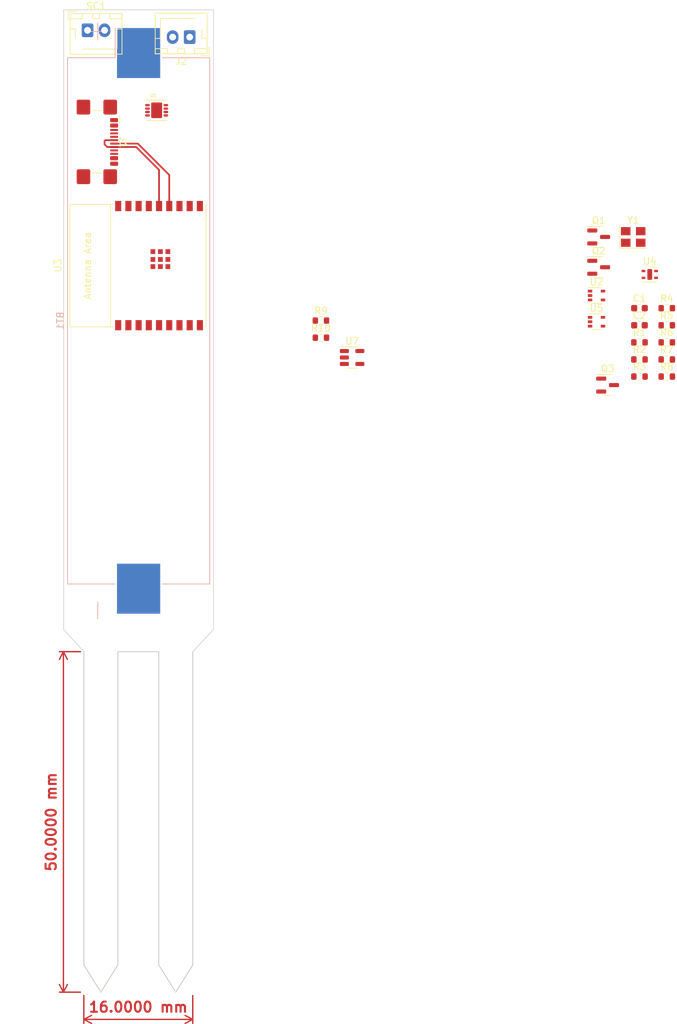
<source format=kicad_pcb>
(kicad_pcb (version 20221018) (generator pcbnew)
  (layers (0 "F.Cu" signal) (31 "B.Cu" signal) (34 "B.Paste" user) (35 "F.Paste" user) (36 "B.SilkS" user "B.Silkscreen") (37 "F.SilkS" user "F.Silkscreen") (38 "B.Mask" user) (39 "F.Mask" user) (44 "Edge.Cuts" user))
  (net 0 "")
  (net 1 "+BATT")
  (net 2 "GND")
  (net 3 "Net-(U3-GPIO0{slash}ADC1_CH0{slash}XTAL_32K_P)")
  (net 4 "Net-(U3-GPIO1{slash}ADC1_CH1{slash}XTAL_32K_N)")
  (net 5 "VDC")
  (net 6 "Net-(J1-CC1)")
  (net 7 "Net-(U3-GPIO19{slash}USB_D+)")
  (net 8 "Net-(U3-GPIO18{slash}USB_D-)")
  (net 10 "Net-(J1-CC2)")
  (net 12 "Net-(J2-Pin_1)")
  (net 13 "Net-(Q1-G)")
  (net 14 "Net-(Q2-G)")
  (net 15 "Net-(Q2-S)")
  (net 16 "+3.3V")
  (net 17 "Net-(U3-EN{slash}CHIP_PU)")
  (net 18 "Net-(U1-ISET)")
  (net 19 "Net-(U4-SDA)")
  (net 20 "Net-(U4-SCL)")
  (net 39 "Net-(D3-K)")
  (net 40 "Net-(Q3-D)")
  (net 41 "Net-(D1-A)")
  (net 42 "Net-(D2-K)")
  (net 43 "Net-(D1-K)")
  (footprint "Resistor_SMD:R_0603_1608Metric" (layer "F.Cu") (at 179.07 83.33)
    (fp_text reference "R1" (at 0 -1.43) (layer "F.SilkS"))
    (fp_text value "10k")
    (fp_line (start -0.237258 -0.5225) (end 0.237258 -0.5225) (stroke (width 0.12)) (layer "F.SilkS"))
    (fp_line (start -0.237258 0.5225) (end 0.237258 0.5225) (stroke (width 0.12)) (layer "F.SilkS"))
    (pad "1" smd roundrect (at -0.825 0) (size 0.8 0.95) (layers "F.Cu" "F.Paste" "F.Mask") (net 10 "Net-(J1-CC2)"))
    (pad "2" smd roundrect (at 0.825 0) (size 0.8 0.95) (layers "F.Cu" "F.Paste" "F.Mask") (net 5 "VDC"))
  )
  (footprint "Package_TO_SOT_SMD:SOT-23" (layer "F.Cu") (at 173.08 67.85)
    (fp_text reference "Q1" (at 0 -2.4) (layer "F.SilkS"))
    (fp_text value "AO3401A")
    (fp_line (start 0 -1.56) (end -1.675 -1.56) (stroke (width 0.12)) (layer "F.SilkS"))
    (fp_line (start 0 -1.56) (end 0.65 -1.56) (stroke (width 0.12)) (layer "F.SilkS"))
    (fp_line (start 0 1.56) (end -0.65 1.56) (stroke (width 0.12)) (layer "F.SilkS"))
    (fp_line (start 0 1.56) (end 0.65 1.56) (stroke (width 0.12)) (layer "F.SilkS"))
    (pad "1" smd roundrect (at -0.9375 -0.95) (size 1.475 0.6) (layers "F.Cu" "F.Paste" "F.Mask") (net 13 "Net-(Q1-G)"))
    (pad "2" smd roundrect (at -0.9375 0.95) (size 1.475 0.6) (layers "F.Cu" "F.Paste" "F.Mask") (net 12 "Net-(J2-Pin_1)"))
    (pad "3" smd roundrect (at 0.9375 0) (size 1.475 0.6) (layers "F.Cu" "F.Paste" "F.Mask") (net 1 "+BATT"))
  )
  (footprint "Resistor_SMD:R_0603_1608Metric" (layer "F.Cu") (at 183.08 85.84)
    (fp_text reference "R7" (at 0 -1.43) (layer "F.SilkS"))
    (fp_text value "10k")
    (fp_line (start -0.237258 -0.5225) (end 0.237258 -0.5225) (stroke (width 0.12)) (layer "F.SilkS"))
    (fp_line (start -0.237258 0.5225) (end 0.237258 0.5225) (stroke (width 0.12)) (layer "F.SilkS"))
    (pad "1" smd roundrect (at -0.825 0) (size 0.8 0.95) (layers "F.Cu" "F.Paste" "F.Mask") (net 14 "Net-(Q2-G)"))
    (pad "2" smd roundrect (at 0.825 0) (size 0.8 0.95) (layers "F.Cu" "F.Paste" "F.Mask") (net 16 "+3.3V"))
  )
  (footprint "Package_TO_SOT_SMD:SOT-23" (layer "F.Cu") (at 173.08 72.3)
    (fp_text reference "Q2" (at 0 -2.4) (layer "F.SilkS"))
    (fp_text value "AO3401A")
    (fp_line (start 0 -1.56) (end -1.675 -1.56) (stroke (width 0.12)) (layer "F.SilkS"))
    (fp_line (start 0 -1.56) (end 0.65 -1.56) (stroke (width 0.12)) (layer "F.SilkS"))
    (fp_line (start 0 1.56) (end -0.65 1.56) (stroke (width 0.12)) (layer "F.SilkS"))
    (fp_line (start 0 1.56) (end 0.65 1.56) (stroke (width 0.12)) (layer "F.SilkS"))
    (pad "1" smd roundrect (at -0.9375 -0.95) (size 1.475 0.6) (layers "F.Cu" "F.Paste" "F.Mask") (net 14 "Net-(Q2-G)"))
    (pad "2" smd roundrect (at -0.9375 0.95) (size 1.475 0.6) (layers "F.Cu" "F.Paste" "F.Mask") (net 15 "Net-(Q2-S)"))
    (pad "3" smd roundrect (at 0.9375 0) (size 1.475 0.6) (layers "F.Cu" "F.Paste" "F.Mask") (net 16 "+3.3V"))
  )
  (footprint "Resistor_SMD:R_0603_1608Metric" (layer "F.Cu") (at 183.08 78.31)
    (fp_text reference "R4" (at 0 -1.43) (layer "F.SilkS"))
    (fp_text value "~")
    (fp_line (start -0.237258 -0.5225) (end 0.237258 -0.5225) (stroke (width 0.12)) (layer "F.SilkS"))
    (fp_line (start -0.237258 0.5225) (end 0.237258 0.5225) (stroke (width 0.12)) (layer "F.SilkS"))
    (pad "1" smd roundrect (at -0.825 0) (size 0.8 0.95) (layers "F.Cu" "F.Paste" "F.Mask") (net 2 "GND"))
    (pad "2" smd roundrect (at 0.825 0) (size 0.8 0.95) (layers "F.Cu" "F.Paste" "F.Mask") (net 18 "Net-(U1-ISET)"))
  )
  (footprint "Crystal:Crystal_SMD_3225-4Pin_3.2x2.5mm" (layer "F.Cu") (at 178.15 67.85)
    (fp_text reference "Y1" (at 0 -2.45) (layer "F.SilkS"))
    (fp_text value "32.768k")
    (fp_line (start -2 -1.65) (end -2 1.65) (stroke (width 0.12)) (layer "F.SilkS"))
    (fp_line (start -2 1.65) (end 2 1.65) (stroke (width 0.12)) (layer "F.SilkS"))
    (pad "1" smd rect (at -1.1 0.85) (size 1.4 1.2) (layers "F.Cu" "F.Paste" "F.Mask") (net 3 "Net-(U3-GPIO0{slash}ADC1_CH0{slash}XTAL_32K_P)"))
    (pad "2" smd rect (at 1.1 0.85) (size 1.4 1.2) (layers "F.Cu" "F.Paste" "F.Mask") (net 2 "GND"))
    (pad "3" smd rect (at 1.1 -0.85) (size 1.4 1.2) (layers "F.Cu" "F.Paste" "F.Mask") (net 4 "Net-(U3-GPIO1{slash}ADC1_CH1{slash}XTAL_32K_N)"))
    (pad "4" smd rect (at -1.1 -0.85) (size 1.4 1.2) (layers "F.Cu" "F.Paste" "F.Mask") (net 2 "GND"))
  )
  (footprint "Resistor_SMD:R_0603_1608Metric" (layer "F.Cu") (at 179.07 88.35)
    (fp_text reference "R3" (at 0 -1.43) (layer "F.SilkS"))
    (fp_text value "10k")
    (fp_line (start -0.237258 -0.5225) (end 0.237258 -0.5225) (stroke (width 0.12)) (layer "F.SilkS"))
    (fp_line (start -0.237258 0.5225) (end 0.237258 0.5225) (stroke (width 0.12)) (layer "F.SilkS"))
    (pad "1" smd roundrect (at -0.825 0) (size 0.8 0.95) (layers "F.Cu" "F.Paste" "F.Mask") (net 16 "+3.3V"))
    (pad "2" smd roundrect (at 0.825 0) (size 0.8 0.95) (layers "F.Cu" "F.Paste" "F.Mask") (net 17 "Net-(U3-EN{slash}CHIP_PU)"))
  )
  (footprint "Package_TO_SOT_SMD:SOT-23" (layer "F.Cu") (at 174.3925 89.6)
    (fp_text reference "Q3" (at 0 -2.4) (layer "F.SilkS"))
    (fp_text value "AO3401A")
    (fp_line (start 0 -1.56) (end -1.675 -1.56) (stroke (width 0.12)) (layer "F.SilkS"))
    (fp_line (start 0 -1.56) (end 0.65 -1.56) (stroke (width 0.12)) (layer "F.SilkS"))
    (fp_line (start 0 1.56) (end -0.65 1.56) (stroke (width 0.12)) (layer "F.SilkS"))
    (fp_line (start 0 1.56) (end 0.65 1.56) (stroke (width 0.12)) (layer "F.SilkS"))
    (pad "1" smd roundrect (at -0.9375 -0.95) (size 1.475 0.6) (layers "F.Cu" "F.Paste" "F.Mask") (net 5 "VDC"))
    (pad "2" smd roundrect (at -0.9375 0.95) (size 1.475 0.6) (layers "F.Cu" "F.Paste" "F.Mask") (net 39 "Net-(D3-K)"))
    (pad "3" smd roundrect (at 0.9375 0) (size 1.475 0.6) (layers "F.Cu" "F.Paste" "F.Mask") (net 40 "Net-(Q3-D)"))
  )
  (footprint "Resistor_SMD:R_0603_1608Metric" (layer "F.Cu") (at 183.08 83.33)
    (fp_text reference "R6" (at 0 -1.43) (layer "F.SilkS"))
    (fp_text value "10k")
    (fp_line (start -0.237258 -0.5225) (end 0.237258 -0.5225) (stroke (width 0.12)) (layer "F.SilkS"))
    (fp_line (start -0.237258 0.5225) (end 0.237258 0.5225) (stroke (width 0.12)) (layer "F.SilkS"))
    (pad "1" smd roundrect (at -0.825 0) (size 0.8 0.95) (layers "F.Cu" "F.Paste" "F.Mask") (net 16 "+3.3V"))
    (pad "2" smd roundrect (at 0.825 0) (size 0.8 0.95) (layers "F.Cu" "F.Paste" "F.Mask") (net 20 "Net-(U4-SCL)"))
  )
  (footprint "Capacitor_SMD:C_0603_1608Metric" (layer "F.Cu") (at 179.07 78.31)
    (fp_text reference "C1" (at 0 -1.43) (layer "F.SilkS"))
    (fp_text value "18p")
    (fp_line (start -0.14058 -0.51) (end 0.14058 -0.51) (stroke (width 0.12)) (layer "F.SilkS"))
    (fp_line (start -0.14058 0.51) (end 0.14058 0.51) (stroke (width 0.12)) (layer "F.SilkS"))
    (pad "1" smd roundrect (at -0.775 0) (size 0.9 0.95) (layers "F.Cu" "F.Paste" "F.Mask") (net 3 "Net-(U3-GPIO0{slash}ADC1_CH0{slash}XTAL_32K_P)"))
    (pad "2" smd roundrect (at 0.775 0) (size 0.9 0.95) (layers "F.Cu" "F.Paste" "F.Mask") (net 2 "GND"))
  )
  (footprint "PCM_Espressif:ESP32-C3-WROOM-02" (layer "F.Cu") (at 108.4 72.06 90)
    (fp_text reference "U3" (at 0 -14.75 90) (layer "F.SilkS"))
    (fp_text value "ESP32-C3-WROOM-02")
    (fp_text user "Antenna Area" (at 0 -10.4 90) (layer "F.SilkS"))
    (fp_line (start -9 -13) (end -9 -6.5) (stroke (width 0.12)) (layer "F.SilkS"))
    (fp_line (start -9 -13) (end 9 -13) (stroke (width 0.12)) (layer "F.SilkS"))
    (fp_line (start -9 7) (end -9 6.75) (stroke (width 0.12)) (layer "F.SilkS"))
    (fp_line (start 9 -13) (end 9 -6.5) (stroke (width 0.12)) (layer "F.SilkS"))
    (fp_line (start 9 -7) (end -8.95 -7) (stroke (width 0.12)) (layer "F.SilkS"))
    (fp_line (start 9 6.75) (end 9 7) (stroke (width 0.12)) (layer "F.SilkS"))
    (fp_line (start 9 7) (end -9 7) (stroke (width 0.12)) (layer "F.SilkS"))
    (pad "1" smd rect (at -8.75 -5.9 90) (size 1.5 0.9) (layers "F.Cu" "F.Paste" "F.Mask") (net 16 "+3.3V"))
    (pad "2" smd rect (at -8.75 -4.4 90) (size 1.5 0.9) (layers "F.Cu" "F.Paste" "F.Mask") (net 17 "Net-(U3-EN{slash}CHIP_PU)"))
    (pad "3" smd rect (at -8.75 -2.9 90) (size 1.5 0.9) (layers "F.Cu" "F.Paste" "F.Mask"))
    (pad "4" smd rect (at -8.75 -1.4 90) (size 1.5 0.9) (layers "F.Cu" "F.Paste" "F.Mask"))
    (pad "5" smd rect (at -8.75 0.1 90) (size 1.5 0.9) (layers "F.Cu" "F.Paste" "F.Mask"))
    (pad "6" smd rect (at -8.75 1.6 90) (size 1.5 0.9) (layers "F.Cu" "F.Paste" "F.Mask"))
    (pad "7" smd rect (at -8.75 3.1 90) (size 1.5 0.9) (layers "F.Cu" "F.Paste" "F.Mask"))
    (pad "8" smd rect (at -8.75 4.6 90) (size 1.5 0.9) (layers "F.Cu" "F.Paste" "F.Mask"))
    (pad "9" smd rect (at -8.75 6.1 90) (size 1.5 0.9) (layers "F.Cu" "F.Paste" "F.Mask") (net 2 "GND"))
    (pad "10" smd rect (at 8.75 6.1 270) (size 1.5 0.9) (layers "F.Cu" "F.Paste" "F.Mask"))
    (pad "11" smd rect (at 8.75 4.6 270) (size 1.5 0.9) (layers "F.Cu" "F.Paste" "F.Mask"))
    (pad "12" smd rect (at 8.75 3.1 270) (size 1.5 0.9) (layers "F.Cu" "F.Paste" "F.Mask"))
    (pad "13" smd rect (at 8.75 1.6 270) (size 1.5 0.9) (layers "F.Cu" "F.Paste" "F.Mask") (net 8 "Net-(U3-GPIO18{slash}USB_D-)"))
    (pad "14" smd rect (at 8.75 0.1 270) (size 1.5 0.9) (layers "F.Cu" "F.Paste" "F.Mask") (net 7 "Net-(U3-GPIO19{slash}USB_D+)"))
    (pad "15" smd rect (at 8.75 -1.4 270) (size 1.5 0.9) (layers "F.Cu" "F.Paste" "F.Mask"))
    (pad "16" smd rect (at 8.75 -2.9 270) (size 1.5 0.9) (layers "F.Cu" "F.Paste" "F.Mask"))
    (pad "17" smd rect (at 8.75 -4.4 270) (size 1.5 0.9) (layers "F.Cu" "F.Paste" "F.Mask") (net 4 "Net-(U3-GPIO1{slash}ADC1_CH1{slash}XTAL_32K_N)"))
    (pad "18" smd rect (at 8.75 -5.9 270) (size 1.5 0.9) (layers "F.Cu" "F.Paste" "F.Mask") (net 3 "Net-(U3-GPIO0{slash}ADC1_CH0{slash}XTAL_32K_P)"))
    (pad "19" smd rect (at -0.14 -0.8 270) (size 0.7 0.7) (layers "F.Cu" "F.Paste" "F.Mask") (net 2 "GND"))
    (pad "19" smd rect (at -0.14 0.3 270) (size 0.7 0.7) (layers "F.Cu" "F.Paste" "F.Mask") (net 2 "GND"))
    (pad "19" smd rect (at -0.14 1.4 270) (size 0.7 0.7) (layers "F.Cu" "F.Paste" "F.Mask") (net 2 "GND"))
    (pad "19" smd rect (at 0.91 -0.8 270) (size 0.7 0.7) (layers "F.Cu" "F.Paste" "F.Mask") (net 2 "GND"))
    (pad "19" smd rect (at 0.91 0.3 270) (size 0.7 0.7) (layers "F.Cu" "F.Paste" "F.Mask") (net 2 "GND"))
    (pad "19" smd rect (at 0.91 1.4 270) (size 0.7 0.7) (layers "F.Cu" "F.Paste" "F.Mask") (net 2 "GND"))
    (pad "19" smd rect (at 2.06 -0.8 270) (size 0.7 0.7) (layers "F.Cu" "F.Paste" "F.Mask") (net 2 "GND"))
    (pad "19" smd rect (at 2.06 0.3 270) (size 0.7 0.7) (layers "F.Cu" "F.Paste" "F.Mask") (net 2 "GND"))
    (pad "19" smd rect (at 2.06 1.4 270) (size 0.7 0.7) (layers "F.Cu" "F.Paste" "F.Mask") (net 2 "GND"))
  )
  (footprint "Resistor_SMD:R_0603_1608Metric" (layer "F.Cu") (at 179.07 85.84)
    (fp_text reference "R2" (at 0 -1.43) (layer "F.SilkS"))
    (fp_text value "10k")
    (fp_line (start -0.237258 -0.5225) (end 0.237258 -0.5225) (stroke (width 0.12)) (layer "F.SilkS"))
    (fp_line (start -0.237258 0.5225) (end 0.237258 0.5225) (stroke (width 0.12)) (layer "F.SilkS"))
    (pad "1" smd roundrect (at -0.825 0) (size 0.8 0.95) (layers "F.Cu" "F.Paste" "F.Mask") (net 5 "VDC"))
    (pad "2" smd roundrect (at 0.825 0) (size 0.8 0.95) (layers "F.Cu" "F.Paste" "F.Mask") (net 6 "Net-(J1-CC1)"))
  )
  (footprint "Capacitor_SMD:C_0603_1608Metric" (layer "F.Cu") (at 179.07 80.82)
    (fp_text reference "C2" (at 0 -1.43) (layer "F.SilkS"))
    (fp_text value "18p")
    (fp_line (start -0.14058 -0.51) (end 0.14058 -0.51) (stroke (width 0.12)) (layer "F.SilkS"))
    (fp_line (start -0.14058 0.51) (end 0.14058 0.51) (stroke (width 0.12)) (layer "F.SilkS"))
    (pad "1" smd roundrect (at -0.775 0) (size 0.9 0.95) (layers "F.Cu" "F.Paste" "F.Mask") (net 4 "Net-(U3-GPIO1{slash}ADC1_CH1{slash}XTAL_32K_N)"))
    (pad "2" smd roundrect (at 0.775 0) (size 0.9 0.95) (layers "F.Cu" "F.Paste" "F.Mask") (net 2 "GND"))
  )
  (footprint "Resistor_SMD:R_0603_1608Metric" (layer "F.Cu") (at 183.08 80.82)
    (fp_text reference "R5" (at 0 -1.43) (layer "F.SilkS"))
    (fp_text value "10k")
    (fp_line (start -0.237258 -0.5225) (end 0.237258 -0.5225) (stroke (width 0.12)) (layer "F.SilkS"))
    (fp_line (start -0.237258 0.5225) (end 0.237258 0.5225) (stroke (width 0.12)) (layer "F.SilkS"))
    (pad "1" smd roundrect (at -0.825 0) (size 0.8 0.95) (layers "F.Cu" "F.Paste" "F.Mask") (net 19 "Net-(U4-SDA)"))
    (pad "2" smd roundrect (at 0.825 0) (size 0.8 0.95) (layers "F.Cu" "F.Paste" "F.Mask") (net 16 "+3.3V"))
  )
  (footprint "Resistor_SMD:R_0603_1608Metric" (layer "F.Cu") (at 132.2825 82.64)
    (fp_text reference "R10" (at 0 -1.43) (layer "F.SilkS"))
    (fp_text value "10k")
    (fp_line (start -0.237258 -0.5225) (end 0.237258 -0.5225) (stroke (width 0.12)) (layer "F.SilkS"))
    (fp_line (start -0.237258 0.5225) (end 0.237258 0.5225) (stroke (width 0.12)) (layer "F.SilkS"))
    (pad "1" smd roundrect (at -0.825 0) (size 0.8 0.95) (layers "F.Cu" "F.Paste" "F.Mask") (net 2 "GND"))
    (pad "2" smd roundrect (at 0.825 0) (size 0.8 0.95) (layers "F.Cu" "F.Paste" "F.Mask") (net 5 "VDC"))
  )
  (footprint "CN3065:DFN300X300X90-9N" (layer "F.Cu") (at 108.15 49.25)
    (fp_text reference "U1" (at -0.476055 -2.205055) (layer "F.SilkS") (effects (font (size 0.480055 0.480055))))
    (fp_text value "CN3165")
    (fp_line (start -1.5 -1.5) (end 1.5 -1.5) (stroke (width 0.127)) (layer "F.SilkS"))
    (fp_line (start -1.5 1.5) (end 1.5 1.5) (stroke (width 0.127)) (layer "F.SilkS"))
    (fp_circle (center -1.8 -1.5) (end -1.71 -1.5) (fill solid) (layer "F.SilkS"))
    (pad "1" smd oval (at -1.35 -0.75) (size 0.7 0.35) (layers "F.Cu" "F.Paste") (net 2 "GND"))
    (pad "2" smd oval (at -1.35 -0.25) (size 0.7 0.35) (layers "F.Cu" "F.Paste") (net 18 "Net-(U1-ISET)"))
    (pad "3" smd oval (at -1.35 0.25) (size 0.7 0.35) (layers "F.Cu" "F.Paste") (net 2 "GND"))
    (pad "4" smd oval (at -1.35 0.75) (size 0.7 0.35) (layers "F.Cu" "F.Paste") (net 39 "Net-(D3-K)"))
    (pad "5" smd oval (at 1.35 0.75) (size 0.7 0.35) (layers "F.Cu" "F.Paste") (net 1 "+BATT"))
    (pad "6" smd oval (at 1.35 0.25) (size 0.7 0.35) (layers "F.Cu" "F.Paste") (net 43 "Net-(D1-K)"))
    (pad "7" smd oval (at 1.35 -0.25) (size 0.7 0.35) (layers "F.Cu" "F.Paste") (net 42 "Net-(D2-K)"))
    (pad "8" smd oval (at 1.35 -0.75) (size 0.7 0.35) (layers "F.Cu" "F.Paste") (net 1 "+BATT"))
    (pad "9" smd roundrect (at 0 0) (size 1.6 2.3) (layers "F.Cu" "F.Mask") (roundrect_rratio 0.11))
  )
  (footprint "Resistor_SMD:R_0603_1608Metric" (layer "F.Cu") (at 183.08 88.35)
    (fp_text reference "R8" (at 0 -1.43) (layer "F.SilkS"))
    (fp_text value "10k")
    (fp_line (start -0.237258 -0.5225) (end 0.237258 -0.5225) (stroke (width 0.12)) (layer "F.SilkS"))
    (fp_line (start -0.237258 0.5225) (end 0.237258 0.5225) (stroke (width 0.12)) (layer "F.SilkS"))
    (pad "1" smd roundrect (at -0.825 0) (size 0.8 0.95) (layers "F.Cu" "F.Paste" "F.Mask") (net 13 "Net-(Q1-G)"))
    (pad "2" smd roundrect (at 0.825 0) (size 0.8 0.95) (layers "F.Cu" "F.Paste" "F.Mask") (net 1 "+BATT"))
  )
  (footprint "Resistor_SMD:R_0603_1608Metric" (layer "F.Cu") (at 132.2825 80.13)
    (fp_text reference "R9" (at 0 -1.43) (layer "F.SilkS"))
    (fp_text value "10k")
    (fp_line (start -0.237258 -0.5225) (end 0.237258 -0.5225) (stroke (width 0.12)) (layer "F.SilkS"))
    (fp_line (start -0.237258 0.5225) (end 0.237258 0.5225) (stroke (width 0.12)) (layer "F.SilkS"))
    (pad "1" smd roundrect (at -0.825 0) (size 0.8 0.95) (layers "F.Cu" "F.Paste" "F.Mask") (net 41 "Net-(D1-A)"))
    (pad "2" smd roundrect (at 0.825 0) (size 0.8 0.95) (layers "F.Cu" "F.Paste" "F.Mask") (net 5 "VDC"))
  )
  (footprint "Package_TO_SOT_SMD:TSOT-23-5" (layer "F.Cu") (at 136.8625 85.55)
    (fp_text reference "U7" (at 0 -2.4) (layer "F.SilkS"))
    (fp_text value "RT9080-33GJ5")
    (fp_line (start 0 -1.56) (end -1.8 -1.56) (stroke (width 0.12)) (layer "F.SilkS"))
    (fp_line (start 0 -1.56) (end 0.8 -1.56) (stroke (width 0.12)) (layer "F.SilkS"))
    (fp_line (start 0 1.56) (end -0.8 1.56) (stroke (width 0.12)) (layer "F.SilkS"))
    (fp_line (start 0 1.56) (end 0.8 1.56) (stroke (width 0.12)) (layer "F.SilkS"))
    (pad "1" smd roundrect (at -1.1375 -0.95) (size 1.325 0.6) (layers "F.Cu" "F.Paste" "F.Mask") (net 1 "+BATT"))
    (pad "2" smd roundrect (at -1.1375 0) (size 1.325 0.6) (layers "F.Cu" "F.Paste" "F.Mask") (net 2 "GND"))
    (pad "3" smd roundrect (at -1.1375 0.95) (size 1.325 0.6) (layers "F.Cu" "F.Paste" "F.Mask") (net 1 "+BATT"))
    (pad "4" smd roundrect (at 1.1375 0.95) (size 1.325 0.6) (layers "F.Cu" "F.Paste" "F.Mask"))
    (pad "5" smd roundrect (at 1.1375 -0.95) (size 1.325 0.6) (layers "F.Cu" "F.Paste" "F.Mask") (net 16 "+3.3V"))
  )
  (footprint "Connector_JST:JST_XH_B2B-XH-AM_1x02_P2.50mm_Vertical" (layer "F.Cu") (at 98 37.5)
    (fp_text reference "SC1" (at 1.25 -3.55) (layer "F.SilkS"))
    (fp_text value "Solar_Cells")
    (fp_line (start -2.85 -2.75) (end -2.85 -1.5) (stroke (width 0.12)) (layer "F.SilkS"))
    (fp_line (start -2.56 -2.46) (end -2.56 3.51) (stroke (width 0.12)) (layer "F.SilkS"))
    (fp_line (start -2.56 3.51) (end 5.06 3.51) (stroke (width 0.12)) (layer "F.SilkS"))
    (fp_line (start -2.55 -2.45) (end -2.55 -1.7) (stroke (width 0.12)) (layer "F.SilkS"))
    (fp_line (start -2.55 -1.7) (end -0.75 -1.7) (stroke (width 0.12)) (layer "F.SilkS"))
    (fp_line (start -2.55 -0.2) (end -1.8 -0.2) (stroke (width 0.12)) (layer "F.SilkS"))
    (fp_line (start -1.8 -0.2) (end -1.8 1.14) (stroke (width 0.12)) (layer "F.SilkS"))
    (fp_line (start -1.6 -2.75) (end -2.85 -2.75) (stroke (width 0.12)) (layer "F.SilkS"))
    (fp_line (start -0.75 -2.45) (end -2.55 -2.45) (stroke (width 0.12)) (layer "F.SilkS"))
    (fp_line (start -0.75 -1.7) (end -0.75 -2.45) (stroke (width 0.12)) (layer "F.SilkS"))
    (fp_line (start 0.75 -2.45) (end 0.75 -1.7) (stroke (width 0.12)) (layer "F.SilkS"))
    (fp_line (start 0.75 -1.7) (end 1.75 -1.7) (stroke (width 0.12)) (layer "F.SilkS"))
    (fp_line (start 1.25 2.75) (end -0.74 2.75) (stroke (width 0.12)) (layer "F.SilkS"))
    (fp_line (start 1.75 -2.45) (end 0.75 -2.45) (stroke (width 0.12)) (layer "F.SilkS"))
    (fp_line (start 1.75 -1.7) (end 1.75 -2.45) (stroke (width 0.12)) (layer "F.SilkS"))
    (fp_line (start 3.25 -2.45) (end 3.25 -1.7) (stroke (width 0.12)) (layer "F.SilkS"))
    (fp_line (start 3.25 -1.7) (end 5.05 -1.7) (stroke (width 0.12)) (layer "F.SilkS"))
    (fp_line (start 4.3 -0.2) (end 4.3 2.75) (stroke (width 0.12)) (layer "F.SilkS"))
    (fp_line (start 4.3 2.75) (end 1.25 2.75) (stroke (width 0.12)) (layer "F.SilkS"))
    (fp_line (start 5.05 -2.45) (end 3.25 -2.45) (stroke (width 0.12)) (layer "F.SilkS"))
    (fp_line (start 5.05 -1.7) (end 5.05 -2.45) (stroke (width 0.12)) (layer "F.SilkS"))
    (fp_line (start 5.05 -0.2) (end 4.3 -0.2) (stroke (width 0.12)) (layer "F.SilkS"))
    (fp_line (start 5.06 -2.46) (end -2.56 -2.46) (stroke (width 0.12)) (layer "F.SilkS"))
    (fp_line (start 5.06 3.51) (end 5.06 -2.46) (stroke (width 0.12)) (layer "F.SilkS"))
    (pad "" np_thru_hole circle (at -1.6 2) (size 1.2 1.2) (drill 1.2) (layers "*.Cu" "*.Mask"))
    (pad "1" thru_hole roundrect (at 0 0) (size 1.7 2) (drill 1) (layers "*.Cu" "*.Mask") (roundrect_rratio 0.147059) (net 40 "Net-(Q3-D)"))
    (pad "2" thru_hole oval (at 2.5 0) (size 1.7 2) (drill 1) (layers "*.Cu" "*.Mask") (net 2 "GND"))
  )
  (footprint "Connector_JST:JST_XH_B2B-XH-AM_1x02_P2.50mm_Vertical" (layer "F.Cu") (at 113 38.5 180)
    (fp_text reference "J2" (at 1.25 -3.55) (layer "F.SilkS"))
    (fp_text value "Conn_01x02")
    (fp_line (start -2.85 -2.75) (end -2.85 -1.5) (stroke (width 0.12)) (layer "F.SilkS"))
    (fp_line (start -2.56 -2.46) (end -2.56 3.51) (stroke (width 0.12)) (layer "F.SilkS"))
    (fp_line (start -2.56 3.51) (end 5.06 3.51) (stroke (width 0.12)) (layer "F.SilkS"))
    (fp_line (start -2.55 -2.45) (end -2.55 -1.7) (stroke (width 0.12)) (layer "F.SilkS"))
    (fp_line (start -2.55 -1.7) (end -0.75 -1.7) (stroke (width 0.12)) (layer "F.SilkS"))
    (fp_line (start -2.55 -0.2) (end -1.8 -0.2) (stroke (width 0.12)) (layer "F.SilkS"))
    (fp_line (start -1.8 -0.2) (end -1.8 1.14) (stroke (width 0.12)) (layer "F.SilkS"))
    (fp_line (start -1.6 -2.75) (end -2.85 -2.75) (stroke (width 0.12)) (layer "F.SilkS"))
    (fp_line (start -0.75 -2.45) (end -2.55 -2.45) (stroke (width 0.12)) (layer "F.SilkS"))
    (fp_line (start -0.75 -1.7) (end -0.75 -2.45) (stroke (width 0.12)) (layer "F.SilkS"))
    (fp_line (start 0.75 -2.45) (end 0.75 -1.7) (stroke (width 0.12)) (layer "F.SilkS"))
    (fp_line (start 0.75 -1.7) (end 1.75 -1.7) (stroke (width 0.12)) (layer "F.SilkS"))
    (fp_line (start 1.25 2.75) (end -0.74 2.75) (stroke (width 0.12)) (layer "F.SilkS"))
    (fp_line (start 1.75 -2.45) (end 0.75 -2.45) (stroke (width 0.12)) (layer "F.SilkS"))
    (fp_line (start 1.75 -1.7) (end 1.75 -2.45) (stroke (width 0.12)) (layer "F.SilkS"))
    (fp_line (start 3.25 -2.45) (end 3.25 -1.7) (stroke (width 0.12)) (layer "F.SilkS"))
    (fp_line (start 3.25 -1.7) (end 5.05 -1.7) (stroke (width 0.12)) (layer "F.SilkS"))
    (fp_line (start 4.3 -0.2) (end 4.3 2.75) (stroke (width 0.12)) (layer "F.SilkS"))
    (fp_line (start 4.3 2.75) (end 1.25 2.75) (stroke (width 0.12)) (layer "F.SilkS"))
    (fp_line (start 5.05 -2.45) (end 3.25 -2.45) (stroke (width 0.12)) (layer "F.SilkS"))
    (fp_line (start 5.05 -1.7) (end 5.05 -2.45) (stroke (width 0.12)) (layer "F.SilkS"))
    (fp_line (start 5.05 -0.2) (end 4.3 -0.2) (stroke (width 0.12)) (layer "F.SilkS"))
    (fp_line (start 5.06 -2.46) (end -2.56 -2.46) (stroke (width 0.12)) (layer "F.SilkS"))
    (fp_line (start 5.06 3.51) (end 5.06 -2.46) (stroke (width 0.12)) (layer "F.SilkS"))
    (pad "" np_thru_hole circle (at -1.6 2 180) (size 1.2 1.2) (drill 1.2) (layers "*.Cu" "*.Mask"))
    (pad "1" thru_hole roundrect (at 0 0 180) (size 1.7 2) (drill 1) (layers "*.Cu" "*.Mask") (roundrect_rratio 0.147059) (net 12 "Net-(J2-Pin_1)"))
    (pad "2" thru_hole oval (at 2.5 0 180) (size 1.7 2) (drill 1) (layers "*.Cu" "*.Mask") (net 2 "GND"))
  )
  (footprint "Package_TO_SOT_SMD:SOT-353_SC-70-5" (layer "F.Cu") (at 172.76 76.45)
    (fp_text reference "U2" (at 0 -2) (layer "F.SilkS"))
    (fp_text value "74LVC1G86")
    (fp_line (start -0.7 1.16) (end 0.7 1.16) (stroke (width 0.12)) (layer "F.SilkS"))
    (fp_line (start 0.7 -1.16) (end -1.2 -1.16) (stroke (width 0.12)) (layer "F.SilkS"))
    (pad "1" smd rect (at -0.95 -0.65) (size 0.65 0.4) (layers "F.Cu" "F.Paste" "F.Mask"))
    (pad "2" smd rect (at -0.95 0) (size 0.65 0.4) (layers "F.Cu" "F.Paste" "F.Mask"))
    (pad "3" smd rect (at -0.95 0.65) (size 0.65 0.4) (layers "F.Cu" "F.Paste" "F.Mask") (net 2 "GND"))
    (pad "4" smd rect (at 0.95 0.65) (size 0.65 0.4) (layers "F.Cu" "F.Paste" "F.Mask"))
    (pad "5" smd rect (at 0.95 -0.65) (size 0.65 0.4) (layers "F.Cu" "F.Paste" "F.Mask") (net 15 "Net-(Q2-S)"))
  )
  (footprint "Sensor_Humidity:Sensirion_DFN-4-1EP_2x2mm_P1mm_EP0.7x1.6mm" (layer "F.Cu") (at 180.58 73.35)
    (fp_text reference "U4" (at 0 -1.95) (layer "F.SilkS"))
    (fp_text value "SHTC3")
    (fp_line (start -1 1.11) (end 1 1.11) (stroke (width 0.12)) (layer "F.SilkS"))
    (fp_line (start 0 -1.11) (end 1 -1.11) (stroke (width 0.12)) (layer "F.SilkS"))
    (pad "1" smd roundrect (at -0.925 -0.5) (size 0.55 0.35) (layers "F.Cu" "F.Mask") (net 16 "+3.3V"))
    (pad "2" smd roundrect (at -0.925 0.5) (size 0.55 0.35) (layers "F.Cu" "F.Mask") (net 20 "Net-(U4-SCL)"))
    (pad "3" smd roundrect (at 0.925 0.5) (size 0.55 0.35) (layers "F.Cu" "F.Mask") (net 19 "Net-(U4-SDA)"))
    (pad "4" smd roundrect (at 0.925 -0.5) (size 0.55 0.35) (layers "F.Cu" "F.Mask") (net 2 "GND"))
    (pad "5" smd roundrect (at 0 0) (size 0.7 1.6) (layers "F.Cu" "F.Mask"))
  )
  (footprint "Package_TO_SOT_SMD:SOT-353_SC-70-5" (layer "F.Cu") (at 172.76 80.3)
    (fp_text reference "U5" (at 0 -2) (layer "F.SilkS"))
    (fp_text value "74LVC1G86")
    (fp_line (start -0.7 1.16) (end 0.7 1.16) (stroke (width 0.12)) (layer "F.SilkS"))
    (fp_line (start 0.7 -1.16) (end -1.2 -1.16) (stroke (width 0.12)) (layer "F.SilkS"))
    (pad "1" smd rect (at -0.95 -0.65) (size 0.65 0.4) (layers "F.Cu" "F.Paste" "F.Mask"))
    (pad "2" smd rect (at -0.95 0) (size 0.65 0.4) (layers "F.Cu" "F.Paste" "F.Mask") (net 2 "GND"))
    (pad "3" smd rect (at -0.95 0.65) (size 0.65 0.4) (layers "F.Cu" "F.Paste" "F.Mask") (net 2 "GND"))
    (pad "4" smd rect (at 0.95 0.65) (size 0.65 0.4) (layers "F.Cu" "F.Paste" "F.Mask"))
    (pad "5" smd rect (at 0.95 -0.65) (size 0.65 0.4) (layers "F.Cu" "F.Paste" "F.Mask") (net 15 "Net-(Q2-S)"))
  )
  (footprint "Connector_USB:USB_C_Receptacle_GCT_USB4110" (layer "F.Cu") (at 98.225 53.89 -90)
    (fp_text reference "J1" (at 0 -5.015 -90 unlocked) (layer "F.SilkS"))
    (fp_text value "USB_C_Receptacle_USB2.0")
    (fp_line (start -4.58 -0.435) (end -4.58 -1.845) (stroke (width 0.12)) (layer "F.SilkS"))
    (fp_line (start -3.76 -4.515) (end -3.76 -4.365) (stroke (width 0.12)) (layer "F.SilkS"))
    (fp_line (start -2.96 -4.515) (end -3.76 -4.515) (stroke (width 0.12)) (layer "F.SilkS"))
    (fp_line (start 4.58 -0.435) (end 4.58 -1.845) (stroke (width 0.12)) (layer "F.SilkS"))
    (pad "" np_thru_hole circle (at -2.89 -2.605 270) (size 0.65 0.65) (drill 0.65) (layers "F&B.Cu" "*.Mask"))
    (pad "" np_thru_hole circle (at 2.89 -2.605 270) (size 0.65 0.65) (drill 0.65) (layers "F&B.Cu" "*.Mask"))
    (pad "A1" smd roundrect (at -3.2 -3.68 270) (size 0.6 1.15) (layers "F.Cu" "F.Paste" "F.Mask") (net 2 "GND"))
    (pad "A4" smd roundrect (at -2.4 -3.68 270) (size 0.6 1.15) (layers "F.Cu" "F.Paste" "F.Mask") (net 5 "VDC"))
    (pad "A5" smd roundrect (at -1.25 -3.68 270) (size 0.3 1.15) (layers "F.Cu" "F.Paste" "F.Mask") (net 6 "Net-(J1-CC1)"))
    (pad "A6" smd roundrect (at -0.25 -3.68 270) (size 0.3 1.15) (layers "F.Cu" "F.Paste" "F.Mask") (net 7 "Net-(U3-GPIO19{slash}USB_D+)"))
    (pad "A7" smd roundrect (at 0.25 -3.68 270) (size 0.3 1.15) (layers "F.Cu" "F.Paste" "F.Mask") (net 8 "Net-(U3-GPIO18{slash}USB_D-)"))
    (pad "A8" smd roundrect (at 1.25 -3.68 270) (size 0.3 1.15) (layers "F.Cu" "F.Paste" "F.Mask"))
    (pad "A9" smd roundrect (at 2.4 -3.68 270) (size 0.6 1.15) (layers "F.Cu" "F.Paste" "F.Mask") (net 5 "VDC"))
    (pad "A12" smd roundrect (at 3.2 -3.68 270) (size 0.6 1.15) (layers "F.Cu" "F.Paste" "F.Mask") (net 2 "GND"))
    (pad "B1" smd roundrect (at 3.2 -3.68 270) (size 0.6 1.15) (layers "F.Cu" "F.Paste" "F.Mask") (net 2 "GND"))
    (pad "B4" smd roundrect (at 2.4 -3.68 270) (size 0.6 1.15) (layers "F.Cu" "F.Paste" "F.Mask") (net 5 "VDC"))
    (pad "B5" smd roundrect (at 1.75 -3.68 270) (size 0.3 1.15) (layers "F.Cu" "F.Paste" "F.Mask") (net 10 "Net-(J1-CC2)"))
    (pad "B6" smd roundrect (at 0.75 -3.68 270) (size 0.3 1.15) (layers "F.Cu" "F.Paste" "F.Mask") (net 7 "Net-(U3-GPIO19{slash}USB_D+)"))
    (pad "B7" smd roundrect (at -0.75 -3.68 270) (size 0.3 1.15) (layers "F.Cu" "F.Paste" "F.Mask") (net 8 "Net-(U3-GPIO18{slash}USB_D-)"))
    (pad "B8" smd roundrect (at -1.75 -3.68 270) (size 0.3 1.15) (layers "F.Cu" "F.Paste" "F.Mask"))
    (pad "B9" smd roundrect (at -2.4 -3.68 270) (size 0.6 1.15) (layers "F.Cu" "F.Paste" "F.Mask") (net 5 "VDC"))
    (pad "B12" smd roundrect (at -3.2 -3.68 270) (size 0.6 1.15) (layers "F.Cu" "F.Paste" "F.Mask") (net 2 "GND"))
    (pad "S1" smd roundrect (at -5.11 -3.105 270) (size 2.18 2) (layers "F.Cu" "F.Paste" "F.Mask") (roundrect_rratio 0.125) (net 2 "GND"))
    (pad "S1" smd roundrect (at -5.11 0.825 270) (size 2.18 2) (layers "F.Cu" "F.Paste" "F.Mask") (roundrect_rratio 0.125) (net 2 "GND"))
    (pad "S1" smd roundrect (at 5.11 -3.105 270) (size 2.18 2) (layers "F.Cu" "F.Paste" "F.Mask") (roundrect_rratio 0.125) (net 2 "GND"))
    (pad "S1" smd roundrect (at 5.11 0.825 270) (size 2.18 2) (layers "F.Cu" "F.Paste" "F.Mask") (roundrect_rratio 0.125) (net 2 "GND"))
  )
  (footprint "Battery:BatteryHolder_Keystone_1042_1x18650" (layer "B.Cu") (at 105.5 80.17 -90)
    (fp_text reference "BT1" (at 0 11.5 90) (layer "B.SilkS") (effects (justify mirror)))
    (fp_text value "Battery_Cell")
    (fp_line (start -43.75 6) (end -41.25 6) (stroke (width 0.12)) (layer "B.SilkS"))
    (fp_line (start -42.5 4.75) (end -42.5 7.25) (stroke (width 0.12)) (layer "B.SilkS"))
    (fp_line (start -38.64 -10.44) (end -38.64 -3.44) (stroke (width 0.12)) (layer "B.SilkS"))
    (fp_line (start -38.64 3.44) (end -43 3.44) (stroke (width 0.12)) (layer "B.SilkS"))
    (fp_line (start -38.64 10.44) (end -38.64 3.44) (stroke (width 0.12)) (layer "B.SilkS"))
    (fp_line (start 38.64 -10.44) (end -38.64 -10.44) (stroke (width 0.12)) (layer "B.SilkS"))
    (fp_line (start 38.64 -3.44) (end 38.64 -10.44) (stroke (width 0.12)) (layer "B.SilkS"))
    (fp_line (start 38.64 3.44) (end 38.64 10.42) (stroke (width 0.12)) (layer "B.SilkS"))
    (fp_line (start 38.64 10.44) (end -38.64 10.44) (stroke (width 0.12)) (layer "B.SilkS"))
    (fp_line (start 43.75 6) (end 41.25 6) (stroke (width 0.12)) (layer "B.SilkS"))
    (pad "" np_thru_hole circle (at -35.93 8 270) (size 2.39 2.39) (drill 2.39) (layers "*.Cu" "*.Mask"))
    (pad "" np_thru_hole circle (at -27.6 -8 270) (size 3.45 3.45) (drill 3.45) (layers "*.Cu" "*.Mask"))
    (pad "" np_thru_hole circle (at 27.6 8 270) (size 3.45 3.45) (drill 3.45) (layers "*.Cu" "*.Mask"))
    (pad "1" smd rect (at -39.33 0 270) (size 7.34 6.35) (layers "B.Cu" "B.Paste" "B.Mask") (net 1 "+BATT"))
    (pad "2" smd rect (at 39.33 0 270) (size 7.34 6.35) (layers "B.Cu" "B.Paste" "B.Mask") (net 2 "GND"))
  )
  (gr_line (start 113.455 174.75) (end 113.455 128.75) (stroke (width 0.15)) (layer "Edge.Cuts"))
  (gr_line (start 94.5 34.5) (end 94.5 125.5) (stroke (width 0.1)) (layer "Edge.Cuts"))
  (gr_line (start 108.455 174.75) (end 110.955 178.75) (stroke (width 0.15)) (layer "Edge.Cuts"))
  (gr_line (start 110.955 178.75) (end 113.455 174.75) (stroke (width 0.15)) (layer "Edge.Cuts"))
  (gr_line (start 113.455 128.75) (end 116.5 125.5) (stroke (width 0.1)) (layer "Edge.Cuts"))
  (gr_line (start 116.5 125.5) (end 116.5 34.5) (stroke (width 0.1)) (layer "Edge.Cuts"))
  (gr_line (start 97.455 128.75) (end 97.455 174.75) (stroke (width 0.15)) (layer "Edge.Cuts"))
  (gr_line (start 99.955 178.75) (end 102.455 174.75) (stroke (width 0.15)) (layer "Edge.Cuts"))
  (gr_line (start 102.455 128.75) (end 108.455 128.75) (stroke (width 0.15)) (layer "Edge.Cuts"))
  (gr_line (start 108.455 128.75) (end 108.455 174.75) (stroke (width 0.15)) (layer "Edge.Cuts"))
  (gr_line (start 116.5 34.5) (end 94.5 34.5) (stroke (width 0.1)) (layer "Edge.Cuts"))
  (gr_line (start 97.455 174.75) (end 99.955 178.75) (stroke (width 0.15)) (layer "Edge.Cuts"))
  (gr_line (start 102.455 174.75) (end 102.455 128.75) (stroke (width 0.15)) (layer "Edge.Cuts"))
  (gr_line (start 94.5 125.5) (end 97.455 128.75) (stroke (width 0.1)) (layer "Edge.Cuts"))
  (dimension (type aligned) (layer "F.Cu") (pts (xy 97.455 178.75) (xy 113.455 178.75)) (height 4) (gr_text "16,0000 mm" (at 105.455 180.95) (layer "F.Cu") (effects (font (size 1.5 1.5) (thickness 0.3)))) (format (prefix "") (suffix "") (units 3) (units_format 1) (precision 4)) (style (thickness 0.2) (arrow_length 1.27) (text_position_mode 0) (extension_height 0.58642) (extension_offset 0.5) keep_text_aligned))
  (dimension (type aligned) (layer "F.Cu") (pts (xy 97.455 178.75) (xy 97.455 128.75)) (height -3) (gr_text "50,0000 mm" (at 92.655 153.75 90) (layer "F.Cu") (effects (font (size 1.5 1.5) (thickness 0.3)))) (format (prefix "") (suffix "") (units 3) (units_format 1) (precision 4)) (style (thickness 0.2) (arrow_length 1.27) (text_position_mode 0) (extension_height 0.58642) (extension_offset 0.5) keep_text_aligned))
  (segment (start 108.5 58) (end 105.14 54.64) (width 0.25) (layer "F.Cu") (net 7))
  (segment (start 101.905 53.64) (end 100.61 53.64) (width 0.25) (layer "F.Cu") (net 7))
  (segment (start 100.5 53.75) (end 100.5 54.25) (width 0.25) (layer "F.Cu") (net 7))
  (segment (start 100.5 54.25) (end 100.89 54.64) (width 0.25) (layer "F.Cu") (net 7))
  (segment (start 105.14 54.64) (end 101.905 54.64) (width 0.25) (layer "F.Cu") (net 7))
  (segment (start 108.5 63.31) (end 108.5 58) (width 0.25) (layer "F.Cu") (net 7))
  (segment (start 100.89 54.64) (end 101.905 54.64) (width 0.25) (layer "F.Cu") (net 7))
  (segment (start 100.61 53.64) (end 100.5 53.75) (width 0.25) (layer "F.Cu") (net 7))
  (segment (start 110 58.75) (end 105.39 54.14) (width 0.25) (layer "F.Cu") (net 8))
  (segment (start 105.39 54.14) (end 101.905 54.14) (width 0.25) (layer "F.Cu") (net 8))
  (segment (start 110 63.31) (end 110 58.75) (width 0.25) (layer "F.Cu") (net 8))
)
</source>
